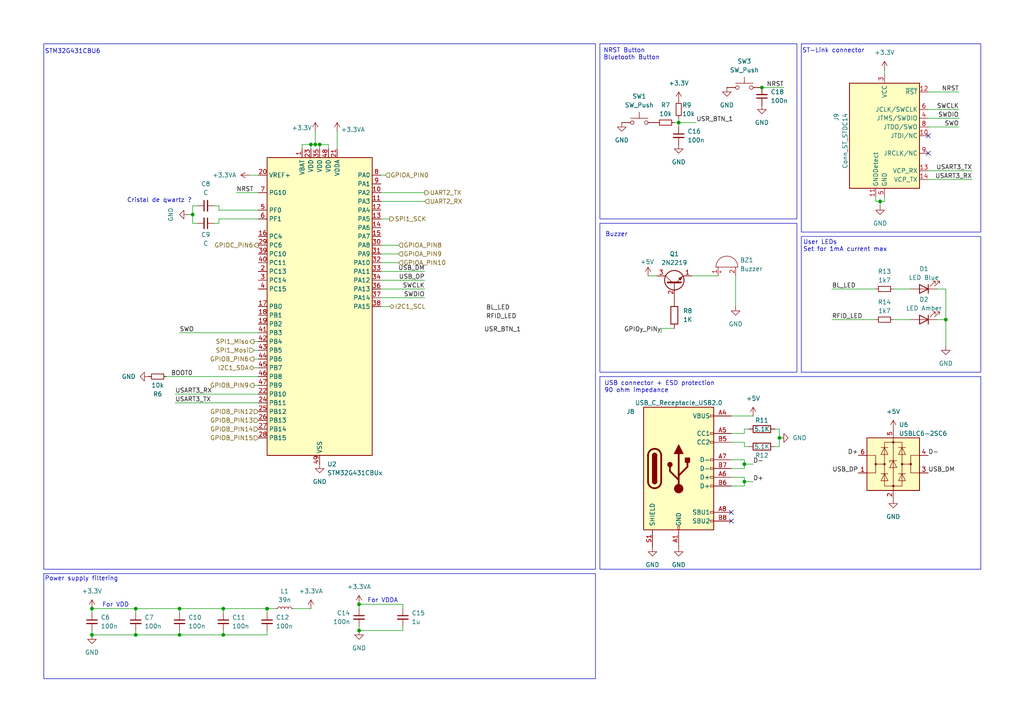
<source format=kicad_sch>
(kicad_sch (version 20231120) (generator "eeschema") (generator_version "8.0")
  (paper "A4")
  (lib_symbols
    (symbol "Connector:Conn_ST_STDC14"
      (property "Reference" "J" (at -8.89 16.51 0))
      (property "Value" "Conn_ST_STDC14" (at 17.78 16.51 0))
      (symbol "Conn_ST_STDC14_0_1"
        (rectangle (start -10.16 15.24) (end 10.16 -15.24) (stroke (width 0.254)) (fill (type background)))
      )
      (symbol "Conn_ST_STDC14_1_1"
        (pin no_connect line (at -10.16 5.08 0) (length 2.54) hide (name "NC") (number "1"))
        (pin output line (at 12.7 0 180) (length 2.54) (name "JTDI/NC") (number "10"))
        (pin passive line (at -2.54 -17.78 90) (length 2.54) (name "GNDDetect") (number "11"))
        (pin open_collector line (at 12.7 12.7 180) (length 2.54) (name "~{RST}") (number "12"))
        (pin output line (at 12.7 -10.16 180) (length 2.54) (name "VCP_RX") (number "13"))
        (pin input line (at 12.7 -12.7 180) (length 2.54) (name "VCP_TX") (number "14"))
        (pin no_connect line (at -10.16 2.54 0) (length 2.54) hide (name "NC") (number "2"))
        (pin power_in line (at 0 17.78 270) (length 2.54) (name "VCC") (number "3"))
        (pin bidirectional line (at 12.7 5.08 180) (length 2.54) (name "JTMS/SWDIO") (number "4"))
        (pin power_in line (at 0 -17.78 90) (length 2.54) (name "GND") (number "5"))
        (pin output line (at 12.7 7.62 180) (length 2.54) (name "JCLK/SWCLK") (number "6"))
        (pin passive line (at 0 -17.78 90) (length 2.54) hide (name "GND") (number "7"))
        (pin input line (at 12.7 2.54 180) (length 2.54) (name "JTDO/SWO") (number "8"))
        (pin input line (at 12.7 -5.08 180) (length 2.54) (name "JRCLK/NC") (number "9"))
      )
    )
    (symbol "Connector:USB_C_Receptacle_USB2.0" (pin_names (offset 1.016))
      (property "Reference" "J" (at -10.16 19.05 0))
      (property "Value" "USB_C_Receptacle_USB2.0" (at 19.05 19.05 0))
      (symbol "USB_C_Receptacle_USB2.0_0_0"
        (rectangle (start -0.254 -17.78) (end 0.254 -16.764))
        (rectangle (start 10.16 -14.986) (end 9.144 -15.494))
        (rectangle (start 10.16 -12.446) (end 9.144 -12.954))
        (rectangle (start 10.16 -4.826) (end 9.144 -5.334))
        (rectangle (start 10.16 -2.286) (end 9.144 -2.794))
        (rectangle (start 10.16 0.254) (end 9.144 -0.254))
        (rectangle (start 10.16 2.794) (end 9.144 2.286))
        (rectangle (start 10.16 7.874) (end 9.144 7.366))
        (rectangle (start 10.16 10.414) (end 9.144 9.906))
        (rectangle (start 10.16 15.494) (end 9.144 14.986))
      )
      (symbol "USB_C_Receptacle_USB2.0_0_1"
        (rectangle (start -10.16 17.78) (end 10.16 -17.78) (stroke (width 0.254)) (fill (type background)))
        (arc (start -8.89 -3.81) (mid -6.985 -5.7067) (end -5.08 -3.81) (stroke (width 0.508)))
        (arc (start -7.62 -3.81) (mid -6.985 -4.4423) (end -6.35 -3.81) (stroke (width 0.254)))
        (arc (start -7.62 -3.81) (mid -6.985 -4.4423) (end -6.35 -3.81) (stroke (width 0.254)) (fill (type outline)))
        (rectangle (start -7.62 -3.81) (end -6.35 3.81) (stroke (width 0.254)) (fill (type outline)))
        (arc (start -6.35 3.81) (mid -6.985 4.4423) (end -7.62 3.81) (stroke (width 0.254)))
        (arc (start -6.35 3.81) (mid -6.985 4.4423) (end -7.62 3.81) (stroke (width 0.254)) (fill (type outline)))
        (arc (start -5.08 3.81) (mid -6.985 5.7067) (end -8.89 3.81) (stroke (width 0.508)))
        (circle (center -2.54 1.143) (radius 0.635) (stroke (width 0.254)) (fill (type outline)))
        (circle (center 0 -5.842) (radius 1.27) (fill (type outline)))
        (polyline (pts (xy -8.89 -3.81) (xy -8.89 3.81)) (stroke (width 0.508)))
        (polyline (pts (xy -5.08 3.81) (xy -5.08 -3.81)) (stroke (width 0.508)))
        (polyline (pts (xy 0 -5.842) (xy 0 4.318)) (stroke (width 0.508)))
        (polyline (pts (xy 0 -3.302) (xy -2.54 -0.762) (xy -2.54 0.508)) (stroke (width 0.508)))
        (polyline (pts (xy 0 -2.032) (xy 2.54 0.508) (xy 2.54 1.778)) (stroke (width 0.508)))
        (polyline (pts (xy -1.27 4.318) (xy 0 6.858) (xy 1.27 4.318) (xy -1.27 4.318)) (stroke (width 0.254)) (fill (type outline)))
        (rectangle (start 1.905 1.778) (end 3.175 3.048) (stroke (width 0.254)) (fill (type outline)))
      )
      (symbol "USB_C_Receptacle_USB2.0_1_1"
        (pin passive line (at 0 -22.86 90) (length 5.08) (name "GND") (number "A1"))
        (pin passive line (at 0 -22.86 90) (length 5.08) hide (name "GND") (number "A12"))
        (pin passive line (at 15.24 15.24 180) (length 5.08) (name "VBUS") (number "A4"))
        (pin bidirectional line (at 15.24 10.16 180) (length 5.08) (name "CC1") (number "A5"))
        (pin bidirectional line (at 15.24 -2.54 180) (length 5.08) (name "D+") (number "A6"))
        (pin bidirectional line (at 15.24 2.54 180) (length 5.08) (name "D-") (number "A7"))
        (pin bidirectional line (at 15.24 -12.7 180) (length 5.08) (name "SBU1") (number "A8"))
        (pin passive line (at 15.24 15.24 180) (length 5.08) hide (name "VBUS") (number "A9"))
        (pin passive line (at 0 -22.86 90) (length 5.08) hide (name "GND") (number "B1"))
        (pin passive line (at 0 -22.86 90) (length 5.08) hide (name "GND") (number "B12"))
        (pin passive line (at 15.24 15.24 180) (length 5.08) hide (name "VBUS") (number "B4"))
        (pin bidirectional line (at 15.24 7.62 180) (length 5.08) (name "CC2") (number "B5"))
        (pin bidirectional line (at 15.24 -5.08 180) (length 5.08) (name "D+") (number "B6"))
        (pin bidirectional line (at 15.24 0 180) (length 5.08) (name "D-") (number "B7"))
        (pin bidirectional line (at 15.24 -15.24 180) (length 5.08) (name "SBU2") (number "B8"))
        (pin passive line (at 15.24 15.24 180) (length 5.08) hide (name "VBUS") (number "B9"))
        (pin passive line (at -7.62 -22.86 90) (length 5.08) (name "SHIELD") (number "S1"))
      )
    )
    (symbol "Device:Buzzer" (pin_names (offset 0.0254) hide)
      (property "Reference" "BZ" (at 3.81 1.27 0))
      (property "Value" "Buzzer" (at 3.81 -1.27 0))
      (symbol "Buzzer_0_1"
        (arc (start 0 -3.175) (mid 3.1612 0) (end 0 3.175))
        (polyline (pts (xy -1.651 1.905) (xy -1.143 1.905)))
        (polyline (pts (xy -1.397 2.159) (xy -1.397 1.651)))
        (polyline (pts (xy 0 3.175) (xy 0 -3.175)))
      )
      (symbol "Buzzer_1_1"
        (pin passive line (at -2.54 2.54 0) (length 2.54) (name "+") (number "1"))
        (pin passive line (at -2.54 -2.54 0) (length 2.54) (name "-") (number "2"))
      )
    )
    (symbol "Device:C_Small" (pin_numbers hide) (pin_names (offset 0.254) hide)
      (property "Reference" "C" (at 0.254 1.778 0))
      (property "Value" "C_Small" (at 0.254 -2.032 0))
      (symbol "C_Small_0_1"
        (polyline (pts (xy -1.524 -0.508) (xy 1.524 -0.508)) (stroke (width 0.3302)))
        (polyline (pts (xy -1.524 0.508) (xy 1.524 0.508)) (stroke (width 0.3048)))
      )
      (symbol "C_Small_1_1"
        (pin passive line (at 0 2.54 270) (length 2.032) (name "~") (number "1"))
        (pin passive line (at 0 -2.54 90) (length 2.032) (name "~") (number "2"))
      )
    )
    (symbol "Device:LED" (pin_numbers hide) (pin_names (offset 1.016) hide)
      (property "Reference" "D" (at 0 2.54 0))
      (property "Value" "LED" (at 0 -2.54 0))
      (symbol "LED_0_1"
        (polyline (pts (xy -1.27 -1.27) (xy -1.27 1.27)) (stroke (width 0.254)))
        (polyline (pts (xy -1.27 0) (xy 1.27 0)))
        (polyline (pts (xy 1.27 -1.27) (xy 1.27 1.27) (xy -1.27 0) (xy 1.27 -1.27)) (stroke (width 0.254)))
        (polyline (pts (xy -3.048 -0.762) (xy -4.572 -2.286) (xy -3.81 -2.286) (xy -4.572 -2.286) (xy -4.572 -1.524)))
        (polyline (pts (xy -1.778 -0.762) (xy -3.302 -2.286) (xy -2.54 -2.286) (xy -3.302 -2.286) (xy -3.302 -1.524)))
      )
      (symbol "LED_1_1"
        (pin passive line (at -3.81 0 0) (length 2.54) (name "K") (number "1"))
        (pin passive line (at 3.81 0 180) (length 2.54) (name "A") (number "2"))
      )
    )
    (symbol "Device:L_Small" (pin_numbers hide) (pin_names (offset 0.254) hide)
      (property "Reference" "L" (at 0.762 1.016 0))
      (property "Value" "L_Small" (at 0.762 -1.016 0))
      (symbol "L_Small_0_1"
        (arc (start 0 -2.032) (mid 0.5058 -1.524) (end 0 -1.016))
        (arc (start 0 -1.016) (mid 0.5058 -0.508) (end 0 0))
        (arc (start 0 0) (mid 0.5058 0.508) (end 0 1.016))
        (arc (start 0 1.016) (mid 0.5058 1.524) (end 0 2.032))
      )
      (symbol "L_Small_1_1"
        (pin passive line (at 0 2.54 270) (length 0.508) (name "~") (number "1"))
        (pin passive line (at 0 -2.54 90) (length 0.508) (name "~") (number "2"))
      )
    )
    (symbol "Device:R" (pin_numbers hide) (pin_names (offset 0))
      (property "Reference" "R" (at 2.032 0 90))
      (property "Value" "R" (at 0 0 90))
      (symbol "R_0_1"
        (rectangle (start -1.016 -2.54) (end 1.016 2.54) (stroke (width 0.254)))
      )
      (symbol "R_1_1"
        (pin passive line (at 0 3.81 270) (length 1.27) (name "~") (number "1"))
        (pin passive line (at 0 -3.81 90) (length 1.27) (name "~") (number "2"))
      )
    )
    (symbol "Device:R_Small" (pin_numbers hide) (pin_names (offset 0.254) hide)
      (property "Reference" "R" (at 0.762 0.508 0))
      (property "Value" "R_Small" (at 0.762 -1.016 0))
      (symbol "R_Small_0_1"
        (rectangle (start -0.762 1.778) (end 0.762 -1.778) (stroke (width 0.2032)))
      )
      (symbol "R_Small_1_1"
        (pin passive line (at 0 2.54 270) (length 0.762) (name "~") (number "1"))
        (pin passive line (at 0 -2.54 90) (length 0.762) (name "~") (number "2"))
      )
    )
    (symbol "MCU_ST_STM32G4:STM32G431CBUx"
      (property "Reference" "U" (at -15.24 44.45 0))
      (property "Value" "STM32G431CBUx" (at 7.62 44.45 0))
      (symbol "STM32G431CBUx_0_1"
        (rectangle (start -15.24 -43.18) (end 15.24 43.18) (stroke (width 0.254)) (fill (type background)))
      )
      (symbol "STM32G431CBUx_1_1"
        (pin power_in line (at -5.08 45.72 270) (length 2.54) (name "VBAT") (number "1"))
        (pin bidirectional line (at 17.78 33.02 180) (length 2.54) (name "PA2") (number "10"))
        (pin bidirectional line (at 17.78 30.48 180) (length 2.54) (name "PA3") (number "11"))
        (pin bidirectional line (at 17.78 27.94 180) (length 2.54) (name "PA4") (number "12"))
        (pin bidirectional line (at 17.78 25.4 180) (length 2.54) (name "PA5") (number "13"))
        (pin bidirectional line (at 17.78 22.86 180) (length 2.54) (name "PA6") (number "14"))
        (pin bidirectional line (at 17.78 20.32 180) (length 2.54) (name "PA7") (number "15"))
        (pin bidirectional line (at -17.78 20.32 0) (length 2.54) (name "PC4") (number "16"))
        (pin bidirectional line (at -17.78 0 0) (length 2.54) (name "PB0") (number "17"))
        (pin bidirectional line (at -17.78 -2.54 0) (length 2.54) (name "PB1") (number "18"))
        (pin bidirectional line (at -17.78 -5.08 0) (length 2.54) (name "PB2") (number "19"))
        (pin bidirectional line (at -17.78 10.16 0) (length 2.54) (name "PC13") (number "2"))
        (pin input line (at -17.78 38.1 0) (length 2.54) (name "VREF+") (number "20"))
        (pin power_in line (at 5.08 45.72 270) (length 2.54) (name "VDDA") (number "21"))
        (pin bidirectional line (at -17.78 -25.4 0) (length 2.54) (name "PB10") (number "22"))
        (pin power_in line (at -2.54 45.72 270) (length 2.54) (name "VDD") (number "23"))
        (pin bidirectional line (at -17.78 -27.94 0) (length 2.54) (name "PB11") (number "24"))
        (pin bidirectional line (at -17.78 -30.48 0) (length 2.54) (name "PB12") (number "25"))
        (pin bidirectional line (at -17.78 -33.02 0) (length 2.54) (name "PB13") (number "26"))
        (pin bidirectional line (at -17.78 -35.56 0) (length 2.54) (name "PB14") (number "27"))
        (pin bidirectional line (at -17.78 -38.1 0) (length 2.54) (name "PB15") (number "28"))
        (pin bidirectional line (at -17.78 17.78 0) (length 2.54) (name "PC6") (number "29"))
        (pin bidirectional line (at -17.78 7.62 0) (length 2.54) (name "PC14") (number "3"))
        (pin bidirectional line (at 17.78 17.78 180) (length 2.54) (name "PA8") (number "30"))
        (pin bidirectional line (at 17.78 15.24 180) (length 2.54) (name "PA9") (number "31"))
        (pin bidirectional line (at 17.78 12.7 180) (length 2.54) (name "PA10") (number "32"))
        (pin bidirectional line (at 17.78 10.16 180) (length 2.54) (name "PA11") (number "33"))
        (pin bidirectional line (at 17.78 7.62 180) (length 2.54) (name "PA12") (number "34"))
        (pin power_in line (at 0 45.72 270) (length 2.54) (name "VDD") (number "35"))
        (pin bidirectional line (at 17.78 5.08 180) (length 2.54) (name "PA13") (number "36"))
        (pin bidirectional line (at 17.78 2.54 180) (length 2.54) (name "PA14") (number "37"))
        (pin bidirectional line (at 17.78 0 180) (length 2.54) (name "PA15") (number "38"))
        (pin bidirectional line (at -17.78 15.24 0) (length 2.54) (name "PC10") (number "39"))
        (pin bidirectional line (at -17.78 5.08 0) (length 2.54) (name "PC15") (number "4"))
        (pin bidirectional line (at -17.78 12.7 0) (length 2.54) (name "PC11") (number "40"))
        (pin bidirectional line (at -17.78 -7.62 0) (length 2.54) (name "PB3") (number "41"))
        (pin bidirectional line (at -17.78 -10.16 0) (length 2.54) (name "PB4") (number "42"))
        (pin bidirectional line (at -17.78 -12.7 0) (length 2.54) (name "PB5") (number "43"))
        (pin bidirectional line (at -17.78 -15.24 0) (length 2.54) (name "PB6") (number "44"))
        (pin bidirectional line (at -17.78 -17.78 0) (length 2.54) (name "PB7") (number "45"))
        (pin bidirectional line (at -17.78 -20.32 0) (length 2.54) (name "PB8") (number "46"))
        (pin bidirectional line (at -17.78 -22.86 0) (length 2.54) (name "PB9") (number "47"))
        (pin power_in line (at 2.54 45.72 270) (length 2.54) (name "VDD") (number "48"))
        (pin power_in line (at 0 -45.72 90) (length 2.54) (name "VSS") (number "49"))
        (pin bidirectional line (at -17.78 27.94 0) (length 2.54) (name "PF0") (number "5"))
        (pin bidirectional line (at -17.78 25.4 0) (length 2.54) (name "PF1") (number "6"))
        (pin bidirectional line (at -17.78 33.02 0) (length 2.54) (name "PG10") (number "7"))
        (pin bidirectional line (at 17.78 38.1 180) (length 2.54) (name "PA0") (number "8"))
        (pin bidirectional line (at 17.78 35.56 180) (length 2.54) (name "PA1") (number "9"))
      )
    )
    (symbol "Power_Protection:USBLC6-2SC6" (pin_names hide)
      (property "Reference" "U" (at 2.54 8.89 0))
      (property "Value" "USBLC6-2SC6" (at 2.54 -8.89 0))
      (symbol "USBLC6-2SC6_0_1"
        (rectangle (start -7.62 -7.62) (end 7.62 7.62) (stroke (width 0.254)) (fill (type background)))
        (circle (center -5.08 0) (radius 0.254) (fill (type outline)))
        (circle (center -2.54 0) (radius 0.254) (fill (type outline)))
        (rectangle (start -2.54 6.35) (end 2.54 -6.35))
        (circle (center 0 -6.35) (radius 0.254) (fill (type outline)))
        (polyline (pts (xy -5.08 -2.54) (xy -7.62 -2.54)))
        (polyline (pts (xy -5.08 0) (xy -5.08 -2.54)))
        (polyline (pts (xy -5.08 2.54) (xy -7.62 2.54)))
        (polyline (pts (xy -1.524 -2.794) (xy -3.556 -2.794)))
        (polyline (pts (xy -1.524 4.826) (xy -3.556 4.826)))
        (polyline (pts (xy 0 -7.62) (xy 0 -6.35)))
        (polyline (pts (xy 0 -6.35) (xy 0 1.27)))
        (polyline (pts (xy 0 1.27) (xy 0 6.35)))
        (polyline (pts (xy 0 6.35) (xy 0 7.62)))
        (polyline (pts (xy 1.524 -2.794) (xy 3.556 -2.794)))
        (polyline (pts (xy 1.524 4.826) (xy 3.556 4.826)))
        (polyline (pts (xy 5.08 -2.54) (xy 7.62 -2.54)))
        (polyline (pts (xy 5.08 0) (xy 5.08 -2.54)))
        (polyline (pts (xy 5.08 2.54) (xy 7.62 2.54)))
        (polyline (pts (xy -2.54 0) (xy -5.08 0) (xy -5.08 2.54)))
        (polyline (pts (xy 2.54 0) (xy 5.08 0) (xy 5.08 2.54)))
        (polyline (pts (xy -3.556 -4.826) (xy -1.524 -4.826) (xy -2.54 -2.794) (xy -3.556 -4.826)))
        (polyline (pts (xy -3.556 2.794) (xy -1.524 2.794) (xy -2.54 4.826) (xy -3.556 2.794)))
        (polyline (pts (xy -1.016 -1.016) (xy 1.016 -1.016) (xy 0 1.016) (xy -1.016 -1.016)))
        (polyline (pts (xy 1.016 1.016) (xy 0.762 1.016) (xy -1.016 1.016) (xy -1.016 0.508)))
        (polyline (pts (xy 3.556 -4.826) (xy 1.524 -4.826) (xy 2.54 -2.794) (xy 3.556 -4.826)))
        (polyline (pts (xy 3.556 2.794) (xy 1.524 2.794) (xy 2.54 4.826) (xy 3.556 2.794)))
        (circle (center 0 6.35) (radius 0.254) (fill (type outline)))
        (circle (center 2.54 0) (radius 0.254) (fill (type outline)))
        (circle (center 5.08 0) (radius 0.254) (fill (type outline)))
      )
      (symbol "USBLC6-2SC6_1_1"
        (pin passive line (at -10.16 -2.54 0) (length 2.54) (name "I/O1") (number "1"))
        (pin passive line (at 0 -10.16 90) (length 2.54) (name "GND") (number "2"))
        (pin passive line (at 10.16 -2.54 180) (length 2.54) (name "I/O2") (number "3"))
        (pin passive line (at 10.16 2.54 180) (length 2.54) (name "I/O2") (number "4"))
        (pin passive line (at 0 10.16 270) (length 2.54) (name "VBUS") (number "5"))
        (pin passive line (at -10.16 2.54 0) (length 2.54) (name "I/O1") (number "6"))
      )
    )
    (symbol "Switch:SW_Push" (pin_numbers hide) (pin_names (offset 1.016) hide)
      (property "Reference" "SW" (at 1.27 2.54 0))
      (property "Value" "SW_Push" (at 0 -1.524 0))
      (symbol "SW_Push_0_1"
        (circle (center -2.032 0) (radius 0.508))
        (polyline (pts (xy 0 1.27) (xy 0 3.048)))
        (polyline (pts (xy 2.54 1.27) (xy -2.54 1.27)))
        (circle (center 2.032 0) (radius 0.508))
        (pin passive line (at -5.08 0 0) (length 2.54) (name "1") (number "1"))
        (pin passive line (at 5.08 0 180) (length 2.54) (name "2") (number "2"))
      )
    )
    (symbol "Transistor_BJT:2N2219" (pin_names (offset 0) hide)
      (property "Reference" "Q" (at 5.08 1.905 0))
      (property "Value" "2N2219" (at 5.08 0 0))
      (symbol "2N2219_0_1"
        (polyline (pts (xy 0.635 0.635) (xy 2.54 2.54)))
        (polyline (pts (xy 0.635 -0.635) (xy 2.54 -2.54) (xy 2.54 -2.54)))
        (polyline (pts (xy 0.635 1.905) (xy 0.635 -1.905) (xy 0.635 -1.905)) (stroke (width 0.508)))
        (polyline (pts (xy 1.27 -1.778) (xy 1.778 -1.27) (xy 2.286 -2.286) (xy 1.27 -1.778) (xy 1.27 -1.778)) (fill (type outline)))
        (circle (center 1.27 0) (radius 2.8194) (stroke (width 0.254)))
      )
      (symbol "2N2219_1_1"
        (pin passive line (at 2.54 -5.08 90) (length 2.54) (name "E") (number "1"))
        (pin passive line (at -5.08 0 0) (length 5.715) (name "B") (number "2"))
        (pin passive line (at 2.54 5.08 270) (length 2.54) (name "C") (number "3"))
      )
    )
    (symbol "power:+3.3V" (power) (pin_numbers hide) (pin_names (offset 0) hide)
      (property "Value" "+3.3V" (at 0 3.556 0))
      (symbol "+3.3V_0_1"
        (polyline (pts (xy -0.762 1.27) (xy 0 2.54)))
        (polyline (pts (xy 0 0) (xy 0 2.54)))
        (polyline (pts (xy 0 2.54) (xy 0.762 1.27)))
      )
      (symbol "+3.3V_1_1"
        (pin power_in line (at 0 0 90) (length 0) (name "~") (number "1"))
      )
    )
    (symbol "power:+3.3VA" (power) (pin_numbers hide) (pin_names (offset 0) hide)
      (property "Value" "+3.3VA" (at 0 3.556 0))
      (symbol "+3.3VA_0_1"
        (polyline (pts (xy -0.762 1.27) (xy 0 2.54)))
        (polyline (pts (xy 0 0) (xy 0 2.54)))
        (polyline (pts (xy 0 2.54) (xy 0.762 1.27)))
      )
      (symbol "+3.3VA_1_1"
        (pin power_in line (at 0 0 90) (length 0) (name "~") (number "1"))
      )
    )
    (symbol "power:+5V" (power) (pin_numbers hide) (pin_names (offset 0) hide)
      (property "Value" "+5V" (at 0 3.556 0))
      (symbol "+5V_0_1"
        (polyline (pts (xy -0.762 1.27) (xy 0 2.54)))
        (polyline (pts (xy 0 0) (xy 0 2.54)))
        (polyline (pts (xy 0 2.54) (xy 0.762 1.27)))
      )
      (symbol "+5V_1_1"
        (pin power_in line (at 0 0 90) (length 0) (name "~") (number "1"))
      )
    )
    (symbol "power:GND" (power) (pin_numbers hide) (pin_names (offset 0) hide)
      (property "Value" "GND" (at 0 -3.81 0))
      (symbol "GND_0_1"
        (polyline (pts (xy 0 0) (xy 0 -1.27) (xy 1.27 -1.27) (xy 0 -2.54) (xy -1.27 -1.27) (xy 0 -1.27)))
      )
      (symbol "GND_1_1"
        (pin power_in line (at 0 0 270) (length 0) (name "~") (number "1"))
      )
    )
  )
  (junction (at 91.44 41.91))
  (junction (at 226.06 127))
  (junction (at 220.98 25.4))
  (junction (at 52.07 176.53))
  (junction (at 90.17 41.91))
  (junction (at 39.37 176.53))
  (junction (at 196.85 35.56))
  (junction (at 92.71 41.91))
  (junction (at 104.14 175.26))
  (junction (at 64.77 176.53))
  (junction (at 215.9 139.7))
  (junction (at 64.77 184.15))
  (junction (at 274.32 92.71))
  (junction (at 39.37 184.15))
  (junction (at 215.9 134.62))
  (junction (at 255.27 58.42))
  (junction (at 77.47 176.53))
  (junction (at 26.67 176.53))
  (junction (at 104.14 182.88))
  (junction (at 26.67 184.15))
  (junction (at 55.88 62.23))
  (junction (at 52.07 184.15))
  (no_connect (at 212.09 148.59))
  (no_connect (at 269.24 44.45))
  (no_connect (at 212.09 151.13))
  (no_connect (at 269.24 39.37))
  (wire (pts (xy 73.66 111.76) (xy 74.93 111.76)))
  (wire (pts (xy 259.08 92.71) (xy 264.16 92.71)))
  (wire (pts (xy 50.8 114.3) (xy 74.93 114.3)))
  (wire (pts (xy 39.37 176.53) (xy 52.07 176.53)))
  (wire (pts (xy 52.07 176.53) (xy 52.07 177.8)))
  (wire (pts (xy 196.85 34.29) (xy 196.85 35.56)))
  (wire (pts (xy 196.85 36.83) (xy 196.85 35.56)))
  (wire (pts (xy 115.57 76.2) (xy 110.49 76.2)))
  (wire (pts (xy 111.76 50.8) (xy 110.49 50.8)))
  (wire (pts (xy 73.66 99.06) (xy 74.93 99.06)))
  (wire (pts (xy 62.23 59.69) (xy 63.5 59.69)))
  (wire (pts (xy 274.32 83.82) (xy 271.78 83.82)))
  (wire (pts (xy 85.09 176.53) (xy 90.17 176.53)))
  (wire (pts (xy 215.9 129.54) (xy 215.9 128.27)))
  (wire (pts (xy 200.66 80.01) (xy 208.28 80.01)))
  (wire (pts (xy 212.09 120.65) (xy 218.44 120.65)))
  (wire (pts (xy 110.49 81.28) (xy 123.19 81.28)))
  (wire (pts (xy 269.24 34.29) (xy 278.13 34.29)))
  (wire (pts (xy 64.77 184.15) (xy 64.77 182.88)))
  (wire (pts (xy 26.67 182.88) (xy 26.67 184.15)))
  (wire (pts (xy 63.5 60.96) (xy 74.93 60.96)))
  (wire (pts (xy 26.67 177.8) (xy 26.67 176.53)))
  (wire (pts (xy 64.77 176.53) (xy 77.47 176.53)))
  (wire (pts (xy 217.17 129.54) (xy 215.9 129.54)))
  (wire (pts (xy 259.08 83.82) (xy 264.16 83.82)))
  (wire (pts (xy 52.07 184.15) (xy 39.37 184.15)))
  (wire (pts (xy 72.39 50.8) (xy 74.93 50.8)))
  (wire (pts (xy 73.66 106.68) (xy 74.93 106.68)))
  (wire (pts (xy 62.23 64.77) (xy 63.5 64.77)))
  (wire (pts (xy 269.24 26.67) (xy 278.13 26.67)))
  (wire (pts (xy 63.5 63.5) (xy 74.93 63.5)))
  (wire (pts (xy 224.79 124.46) (xy 226.06 124.46)))
  (wire (pts (xy 104.14 176.53) (xy 104.14 175.26)))
  (wire (pts (xy 115.57 71.12) (xy 110.49 71.12)))
  (wire (pts (xy 215.9 138.43) (xy 215.9 139.7)))
  (wire (pts (xy 55.88 59.69) (xy 55.88 62.23)))
  (wire (pts (xy 110.49 55.88) (xy 123.19 55.88)))
  (wire (pts (xy 226.06 127) (xy 226.06 129.54)))
  (wire (pts (xy 55.88 62.23) (xy 55.88 64.77)))
  (wire (pts (xy 97.79 38.1) (xy 97.79 43.18)))
  (wire (pts (xy 39.37 184.15) (xy 39.37 182.88)))
  (wire (pts (xy 52.07 176.53) (xy 64.77 176.53)))
  (wire (pts (xy 110.49 78.74) (xy 123.19 78.74)))
  (wire (pts (xy 39.37 184.15) (xy 26.67 184.15)))
  (wire (pts (xy 50.8 116.84) (xy 74.93 116.84)))
  (wire (pts (xy 77.47 176.53) (xy 77.47 177.8)))
  (wire (pts (xy 269.24 31.75) (xy 278.13 31.75)))
  (wire (pts (xy 215.9 133.35) (xy 215.9 134.62)))
  (wire (pts (xy 187.96 80.01) (xy 190.5 80.01)))
  (wire (pts (xy 215.9 139.7) (xy 218.44 139.7)))
  (wire (pts (xy 64.77 184.15) (xy 52.07 184.15)))
  (wire (pts (xy 54.61 62.23) (xy 55.88 62.23)))
  (wire (pts (xy 77.47 184.15) (xy 77.47 182.88)))
  (wire (pts (xy 255.27 58.42) (xy 255.27 59.69)))
  (wire (pts (xy 123.19 83.82) (xy 110.49 83.82)))
  (wire (pts (xy 215.9 133.35) (xy 212.09 133.35)))
  (wire (pts (xy 92.71 43.18) (xy 92.71 41.91)))
  (wire (pts (xy 113.03 88.9) (xy 110.49 88.9)))
  (wire (pts (xy 39.37 176.53) (xy 39.37 177.8)))
  (wire (pts (xy 77.47 176.53) (xy 80.01 176.53)))
  (wire (pts (xy 52.07 184.15) (xy 52.07 182.88)))
  (wire (pts (xy 269.24 52.07) (xy 281.94 52.07)))
  (wire (pts (xy 254 57.15) (xy 254 58.42)))
  (wire (pts (xy 104.14 181.61) (xy 104.14 182.88)))
  (wire (pts (xy 217.17 124.46) (xy 215.9 124.46)))
  (wire (pts (xy 116.84 175.26) (xy 116.84 176.53)))
  (wire (pts (xy 115.57 73.66) (xy 110.49 73.66)))
  (wire (pts (xy 226.06 124.46) (xy 226.06 127)))
  (wire (pts (xy 212.09 140.97) (xy 215.9 140.97)))
  (wire (pts (xy 90.17 41.91) (xy 90.17 43.18)))
  (wire (pts (xy 215.9 134.62) (xy 218.44 134.62)))
  (wire (pts (xy 274.32 92.71) (xy 274.32 83.82)))
  (wire (pts (xy 226.06 129.54) (xy 224.79 129.54)))
  (wire (pts (xy 74.93 109.22) (xy 48.26 109.22)))
  (wire (pts (xy 191.77 95.25) (xy 195.58 95.25)))
  (wire (pts (xy 87.63 43.18) (xy 87.63 41.91)))
  (wire (pts (xy 63.5 64.77) (xy 63.5 63.5)))
  (wire (pts (xy 269.24 36.83) (xy 278.13 36.83)))
  (wire (pts (xy 57.15 59.69) (xy 55.88 59.69)))
  (wire (pts (xy 68.58 55.88) (xy 74.93 55.88)))
  (wire (pts (xy 254 58.42) (xy 255.27 58.42)))
  (wire (pts (xy 215.9 125.73) (xy 212.09 125.73)))
  (wire (pts (xy 241.3 92.71) (xy 254 92.71)))
  (wire (pts (xy 73.66 101.6) (xy 74.93 101.6)))
  (wire (pts (xy 256.54 20.32) (xy 256.54 21.59)))
  (wire (pts (xy 256.54 58.42) (xy 256.54 57.15)))
  (wire (pts (xy 91.44 38.1) (xy 91.44 41.91)))
  (wire (pts (xy 73.66 104.14) (xy 74.93 104.14)))
  (wire (pts (xy 196.85 35.56) (xy 201.93 35.56)))
  (wire (pts (xy 110.49 58.42) (xy 123.19 58.42)))
  (wire (pts (xy 215.9 124.46) (xy 215.9 125.73)))
  (wire (pts (xy 269.24 49.53) (xy 281.94 49.53)))
  (wire (pts (xy 241.3 83.82) (xy 254 83.82)))
  (wire (pts (xy 212.09 135.89) (xy 215.9 135.89)))
  (wire (pts (xy 215.9 139.7) (xy 215.9 140.97)))
  (wire (pts (xy 255.27 58.42) (xy 256.54 58.42)))
  (wire (pts (xy 212.09 138.43) (xy 215.9 138.43)))
  (wire (pts (xy 87.63 41.91) (xy 90.17 41.91)))
  (wire (pts (xy 191.77 95.25) (xy 191.77 96.52)))
  (wire (pts (xy 213.36 88.9) (xy 213.36 80.01)))
  (wire (pts (xy 91.44 41.91) (xy 92.71 41.91)))
  (wire (pts (xy 63.5 59.69) (xy 63.5 60.96)))
  (wire (pts (xy 274.32 92.71) (xy 274.32 100.33)))
  (wire (pts (xy 64.77 176.53) (xy 64.77 177.8)))
  (wire (pts (xy 220.98 25.4) (xy 227.33 25.4)))
  (wire (pts (xy 215.9 128.27) (xy 212.09 128.27)))
  (wire (pts (xy 195.58 35.56) (xy 196.85 35.56)))
  (wire (pts (xy 215.9 134.62) (xy 215.9 135.89)))
  (wire (pts (xy 77.47 184.15) (xy 64.77 184.15)))
  (wire (pts (xy 113.03 63.5) (xy 110.49 63.5)))
  (wire (pts (xy 95.25 43.18) (xy 95.25 41.91)))
  (wire (pts (xy 26.67 176.53) (xy 39.37 176.53)))
  (wire (pts (xy 55.88 64.77) (xy 57.15 64.77)))
  (wire (pts (xy 104.14 175.26) (xy 116.84 175.26)))
  (wire (pts (xy 116.84 182.88) (xy 104.14 182.88)))
  (wire (pts (xy 271.78 92.71) (xy 274.32 92.71)))
  (wire (pts (xy 90.17 41.91) (xy 91.44 41.91)))
  (wire (pts (xy 116.84 181.61) (xy 116.84 182.88)))
  (wire (pts (xy 92.71 41.91) (xy 95.25 41.91)))
  (wire (pts (xy 52.07 96.52) (xy 74.93 96.52)))
  (wire (pts (xy 123.19 86.36) (xy 110.49 86.36)))
  (rectangle (start 12.7 166.37) (end 172.72 196.85))
  (rectangle (start 173.99 12.7) (end 231.14 63.5))
  (rectangle (start 173.99 64.77) (end 231.14 107.95))
  (rectangle (start 232.41 12.7) (end 284.48 67.31))
  (rectangle (start 232.41 68.58) (end 284.48 107.95))
  (rectangle (start 173.99 109.22) (end 284.48 165.1))
  (rectangle (start 12.7 12.7) (end 172.72 165.1))
  (text "Cristal de qwartz ?" (at 46.228 58.166 0) (effects (font (size 1.27 1.27))))
  (text "ST-Link connector" (at 232.664 15.494 0) (effects (font (size 1.27 1.27)) (justify left bottom)))
  (text "User LEDs\nSet for 1mA current max" (at 232.918 71.374 0) (effects (font (size 1.27 1.27)) (justify left)))
  (text "NRST Button\nBluetooth Button\n" (at 175.006 17.526 0) (effects (font (size 1.27 1.27)) (justify left bottom)))
  (text "For VDD" (at 33.528 175.514 0) (effects (font (size 1.27 1.27))))
  (text "Power supply filtering" (at 23.622 167.894 0) (effects (font (size 1.27 1.27))))
  (text "Buzzer\n" (at 178.816 68.072 0) (effects (font (size 1.27 1.27))))
  (text "USB connector + ESD protection\n90 ohm impedance" (at 175.26 114.046 0) (effects (font (size 1.27 1.27)) (justify left bottom)))
  (text "STM32G431CBU6\n" (at 21.082 14.986 0) (effects (font (size 1.27 1.27))))
  (text "For VDDA" (at 110.998 174.244 0) (effects (font (size 1.27 1.27))))
  (label "USB_DP" (at 248.92 137.16 180))
  (label "BOOT0" (at 55.88 109.22 180))
  (label "USART3_RX" (at 281.94 52.07 180))
  (label "SWDIO" (at 123.19 86.36 180))
  (label "NRST" (at 68.58 55.88 0))
  (label "BL_LED" (at 140.97 90.17 0))
  (label "USART3_TX" (at 50.8 116.84 0))
  (label "SWCLK" (at 278.13 31.75 180))
  (label "NRST" (at 227.33 25.4 180))
  (label "USR_BTN_1" (at 151.13 96.52 180))
  (label "USB_DM" (at 269.24 137.16 0))
  (label "D+" (at 218.44 139.7 0))
  (label "USB_DP" (at 123.19 81.28 180))
  (label "USART3_RX" (at 50.8 114.3 0))
  (label "SWDIO" (at 278.13 34.29 180))
  (label "NRST" (at 278.13 26.67 180))
  (label "GPIOy_PINy" (at 191.77 96.52 180))
  (label "USB_DM" (at 123.19 78.74 180))
  (label "SWCLK" (at 123.19 83.82 180))
  (label "D-" (at 269.24 132.08 0))
  (label "D+" (at 248.92 132.08 180))
  (label "RFID_LED" (at 241.3 92.71 0))
  (label "D-" (at 218.44 134.62 0))
  (label "USR_BTN_1" (at 201.93 35.56 0))
  (label "USART3_TX" (at 281.94 49.53 180))
  (label "SWO" (at 52.07 96.52 0))
  (label "RFID_LED" (at 140.97 92.71 0))
  (label "BL_LED" (at 241.3 83.82 0))
  (label "SWO" (at 278.13 36.83 180))
  (hierarchical_label "I2C1_SDA" (shape bidirectional) (at 73.66 106.68 180))
  (hierarchical_label "GPIOA_PIN0" (shape input) (at 111.76 50.8 0))
  (hierarchical_label "GPIOB_PIN14" (shape input) (at 74.93 124.46 180))
  (hierarchical_label "SPI1_Miso" (shape output) (at 73.66 99.06 180))
  (hierarchical_label "GPIOB_PIN9" (shape output) (at 73.66 111.76 180))
  (hierarchical_label "I2C1_SCL" (shape bidirectional) (at 113.03 88.9 0))
  (hierarchical_label "GPIOA_PIN10" (shape input) (at 115.57 76.2 0))
  (hierarchical_label "GPIOB_PIN6" (shape output) (at 73.66 104.14 180))
  (hierarchical_label "UART2_TX" (shape output) (at 123.19 55.88 0))
  (hierarchical_label "SPI1_SCK" (shape output) (at 113.03 63.5 0))
  (hierarchical_label "UART2_RX" (shape input) (at 123.19 58.42 0))
  (hierarchical_label "GPIOC_PIN6" (shape output) (at 74.93 71.12 180))
  (hierarchical_label "GPIOB_PIN12" (shape input) (at 74.93 119.38 180))
  (hierarchical_label "GPIOB_PIN15" (shape input) (at 74.93 127 180))
  (hierarchical_label "GPIOB_PIN13" (shape input) (at 74.93 121.92 180))
  (hierarchical_label "GPIOA_PIN8" (shape input) (at 115.57 71.12 0))
  (hierarchical_label "SPI1_Mosi" (shape input) (at 73.66 101.6 180))
  (hierarchical_label "GPIOA_PIN9" (shape input) (at 115.57 73.66 0))
  (symbol (lib_id "Device:C_Small") (at 59.69 59.69 90) (unit 1)
    (property "Reference" "C8" (at 59.6963 53.34 90))
    (property "Value" "C" (at 59.6963 55.88 90))
    (property "Footprint" "Capacitor_SMD:C_0402_1005Metric" (effects (hide yes)))
    (property "Description" "Unpolarized capacitor, small symbol" (effects (hide yes)))
  )
  (symbol (lib_id "power:GND") (at 196.85 158.75 0) (unit 1)
    (property "Reference" "#PWR028" (effects (hide yes)))
    (property "Value" "GND" (at 196.85 163.83 0))
    (property "Description" "Power symbol creates a global label with name \"GND\" , ground" (effects (hide yes)))
  )
  (symbol (lib_id "power:+3.3V") (at 91.44 38.1 0) (unit 1)
    (property "Reference" "#PWR017" (effects (hide yes)))
    (property "Value" "+3.3V" (at 84.582 37.084 0) (effects (justify left)))
    (property "Description" "Power symbol creates a global label with name \"+3.3V\"" (effects (hide yes)))
  )
  (symbol (lib_id "Device:C_Small") (at 39.37 180.34 0) (unit 1)
    (property "Reference" "C7" (at 41.91 179.0762 0) (effects (justify left)))
    (property "Value" "100n" (at 41.91 181.6162 0) (effects (justify left)))
    (property "Footprint" "Capacitor_SMD:C_0402_1005Metric" (effects (hide yes)))
    (property "Description" "Unpolarized capacitor, small symbol" (effects (hide yes)))
  )
  (symbol (lib_id "Switch:SW_Push") (at 215.9 25.4 0) (unit 1)
    (property "Reference" "SW3" (at 215.9 17.78 0))
    (property "Value" "SW_Push" (at 215.9 20.32 0))
    (property "Footprint" "Button_Switch_SMD:SW_Push_1P1T_NO_CK_KSC6xxJ" (effects (hide yes)))
    (property "Description" "Push button switch, generic, two pins" (effects (hide yes)))
  )
  (symbol (lib_id "Device:C_Small") (at 104.14 179.07 0) (mirror y) (unit 1)
    (property "Reference" "C14" (at 101.6 177.8062 0) (effects (justify left)))
    (property "Value" "100n" (at 101.6 180.3462 0) (effects (justify left)))
    (property "Footprint" "Capacitor_SMD:C_0402_1005Metric" (effects (hide yes)))
    (property "Description" "Unpolarized capacitor, small symbol" (effects (hide yes)))
  )
  (symbol (lib_id "power:GND") (at 180.34 35.56 0) (unit 1)
    (property "Reference" "#PWR024" (effects (hide yes)))
    (property "Value" "GND" (at 180.34 40.64 0))
    (property "Description" "Power symbol creates a global label with name \"GND\" , ground" (effects (hide yes)))
  )
  (symbol (lib_id "power:+3.3VA") (at 97.79 38.1 0) (unit 1)
    (property "Reference" "#PWR019" (effects (hide yes)))
    (property "Value" "+3.3VA" (at 102.362 37.592 0))
    (property "Description" "Power symbol creates a global label with name \"+3.3VA\"" (effects (hide yes)))
  )
  (symbol (lib_id "Device:R") (at 220.98 129.54 90) (unit 1)
    (property "Reference" "R12" (at 220.98 132.08 90))
    (property "Value" "5.1K" (at 220.98 129.54 90))
    (property "Footprint" "Resistor_SMD:R_0402_1005Metric" (effects (hide yes)))
  )
  (symbol (lib_id "power:+3.3VA") (at 104.14 175.26 0) (unit 1)
    (property "Reference" "#PWR021" (effects (hide yes)))
    (property "Value" "+3.3VA" (at 104.14 170.18 0))
    (property "Description" "Power symbol creates a global label with name \"+3.3VA\"" (effects (hide yes)))
  )
  (symbol (lib_id "power:+5V") (at 218.44 120.65 0) (unit 1)
    (property "Reference" "#PWR034" (effects (hide yes)))
    (property "Value" "+5V" (at 218.44 115.57 0))
    (property "Description" "Power symbol creates a global label with name \"+5V\"" (effects (hide yes)))
  )
  (symbol (lib_id "Device:R") (at 195.58 91.44 180) (unit 1)
    (property "Reference" "R8" (at 198.12 90.1699 0) (effects (justify right)))
    (property "Value" "1K" (at 198.12 92.7099 0) (effects (justify right)))
    (property "Description" "Resistor" (effects (hide yes)))
  )
  (symbol (lib_id "Device:C_Small") (at 52.07 180.34 0) (unit 1)
    (property "Reference" "C10" (at 54.61 179.0762 0) (effects (justify left)))
    (property "Value" "100n" (at 54.61 181.6162 0) (effects (justify left)))
    (property "Footprint" "Capacitor_SMD:C_0402_1005Metric" (effects (hide yes)))
    (property "Description" "Unpolarized capacitor, small symbol" (effects (hide yes)))
  )
  (symbol (lib_id "Device:R_Small") (at 45.72 109.22 270) (unit 1)
    (property "Reference" "R6" (at 45.72 114.3 90))
    (property "Value" "10k" (at 45.72 111.76 90))
    (property "Footprint" "Resistor_SMD:R_0402_1005Metric" (effects (hide yes)))
    (property "Description" "Resistor, small symbol" (effects (hide yes)))
  )
  (symbol (lib_id "Device:C_Small") (at 77.47 180.34 0) (unit 1)
    (property "Reference" "C12" (at 80.01 179.0762 0) (effects (justify left)))
    (property "Value" "100n" (at 80.01 181.6162 0) (effects (justify left)))
    (property "Footprint" "Capacitor_SMD:C_0402_1005Metric" (effects (hide yes)))
    (property "Description" "Unpolarized capacitor, small symbol" (effects (hide yes)))
  )
  (symbol (lib_id "power:GND") (at 92.71 134.62 0) (unit 1)
    (property "Reference" "#PWR018" (effects (hide yes)))
    (property "Value" "GND" (at 92.71 139.7 0))
    (property "Description" "Power symbol creates a global label with name \"GND\" , ground" (effects (hide yes)))
  )
  (symbol (lib_id "power:+5V") (at 259.08 124.46 0) (unit 1)
    (property "Reference" "#PWR038" (effects (hide yes)))
    (property "Value" "+5V" (at 259.08 119.38 0))
    (property "Description" "Power symbol creates a global label with name \"+5V\"" (effects (hide yes)))
  )
  (symbol (lib_id "power:GND") (at 220.98 30.48 0) (unit 1)
    (property "Reference" "#PWR033" (effects (hide yes)))
    (property "Value" "GND" (at 220.98 35.56 0))
    (property "Description" "Power symbol creates a global label with name \"GND\" , ground" (effects (hide yes)))
  )
  (symbol (lib_id "Device:R_Small") (at 193.04 35.56 90) (unit 1)
    (property "Reference" "R7" (at 193.04 30.48 90))
    (property "Value" "10k" (at 193.04 33.02 90))
    (property "Footprint" "Resistor_SMD:R_0402_1005Metric" (effects (hide yes)))
    (property "Description" "Resistor, small symbol" (effects (hide yes)))
  )
  (symbol (lib_id "Device:C_Small") (at 59.69 64.77 270) (unit 1)
    (property "Reference" "C9" (at 59.69 68.072 90))
    (property "Value" "C" (at 59.69 70.612 90))
    (property "Footprint" "Capacitor_SMD:C_0402_1005Metric" (effects (hide yes)))
    (property "Description" "Unpolarized capacitor, small symbol" (effects (hide yes)))
  )
  (symbol (lib_id "power:GND") (at 213.36 88.9 0) (unit 1)
    (property "Reference" "#PWR025" (effects (hide yes)))
    (property "Value" "GND" (at 213.36 93.98 0))
    (property "Description" "Power symbol creates a global label with name \"GND\" , ground" (effects (hide yes)))
  )
  (symbol (lib_id "power:+3.3V") (at 196.85 29.21 0) (unit 1)
    (property "Reference" "#PWR029" (effects (hide yes)))
    (property "Value" "+3.3V" (at 196.85 24.13 0))
    (property "Description" "Power symbol creates a global label with name \"+3.3V\"" (effects (hide yes)))
  )
  (symbol (lib_id "power:GND") (at 43.18 109.22 270) (unit 1)
    (property "Reference" "#PWR023" (effects (hide yes)))
    (property "Value" "GND" (at 39.37 109.2201 90) (effects (justify right)))
    (property "Description" "Power symbol creates a global label with name \"GND\" , ground" (effects (hide yes)))
  )
  (symbol (lib_id "power:GND") (at 26.67 184.15 0) (unit 1)
    (property "Reference" "#PWR013" (effects (hide yes)))
    (property "Value" "GND" (at 26.67 189.23 0))
    (property "Description" "Power symbol creates a global label with name \"GND\" , ground" (effects (hide yes)))
  )
  (symbol (lib_id "power:GND") (at 104.14 182.88 0) (unit 1)
    (property "Reference" "#PWR022" (effects (hide yes)))
    (property "Value" "GND" (at 104.14 187.96 0))
    (property "Description" "Power symbol creates a global label with name \"GND\" , ground" (effects (hide yes)))
  )
  (symbol (lib_id "power:+3.3VA") (at 187.96 80.01 0) (unit 1)
    (property "Reference" "#PWR015" (effects (hide yes)))
    (property "Value" "+5V" (at 187.706 75.946 0))
    (property "Description" "Power symbol creates a global label with name \"+3.3VA\"" (effects (hide yes)))
  )
  (symbol (lib_id "power:GND") (at 189.23 158.75 0) (unit 1)
    (property "Reference" "#PWR026" (effects (hide yes)))
    (property "Value" "GND" (at 189.23 163.83 0))
    (property "Description" "Power symbol creates a global label with name \"GND\" , ground" (effects (hide yes)))
  )
  (symbol (lib_id "Device:R_Small") (at 256.54 83.82 90) (unit 1)
    (property "Reference" "R13" (at 256.54 78.74 90))
    (property "Value" "1k7" (at 256.54 81.28 90))
    (property "Footprint" "Resistor_SMD:R_0402_1005Metric" (effects (hide yes)))
    (property "Description" "Resistor, small symbol" (effects (hide yes)))
  )
  (symbol (lib_id "power:+3.3VA") (at 90.17 176.53 0) (unit 1)
    (property "Reference" "#PWR020" (effects (hide yes)))
    (property "Value" "+3.3VA" (at 90.17 171.45 0))
    (property "Description" "Power symbol creates a global label with name \"+3.3VA\"" (effects (hide yes)))
  )
  (symbol (lib_id "Device:LED") (at 267.97 83.82 180) (unit 1)
    (property "Reference" "D1" (at 267.97 77.978 0))
    (property "Value" "LED Blue" (at 267.97 80.518 0))
    (property "Footprint" "LED_SMD:LED_0603_1608Metric" (effects (hide yes)))
    (property "Datasheet" "https://www.we-online.com/components/products/datasheet/150060RS55040.pdf" (effects (hide yes)))
    (property "Description" "Light emitting diode" (effects (hide yes)))
    (property "MPN" "150060RS55040" (effects (hide yes)))
  )
  (symbol (lib_id "Connector:USB_C_Receptacle_USB2.0") (at 196.85 135.89 0) (unit 1)
    (property "Reference" "J8" (at 182.88 119.38 0))
    (property "Value" "USB_C_Receptacle_USB2.0" (at 196.85 116.84 0))
    (property "Footprint" "Connector_USB:USB_C_Receptacle_HRO_TYPE-C-31-M-12" (effects (hide yes)))
    (property "Datasheet" "https://www.usb.org/sites/default/files/documents/usb_type-c.zip" (effects (hide yes)))
    (property "Fournisseur" "Wurth" (effects (hide yes)))
    (property "MFR" "629 722 000 214" (effects (hide yes)))
  )
  (symbol (lib_id "power:GND") (at 196.85 41.91 0) (unit 1)
    (property "Reference" "#PWR030" (effects (hide yes)))
    (property "Value" "GND" (at 196.85 46.99 0))
    (property "Description" "Power symbol creates a global label with name \"GND\" , ground" (effects (hide yes)))
  )
  (symbol (lib_id "power:GND") (at 210.82 25.4 0) (unit 1)
    (property "Reference" "#PWR027" (effects (hide yes)))
    (property "Value" "GND" (at 210.82 30.48 0))
    (property "Description" "Power symbol creates a global label with name \"GND\" , ground" (effects (hide yes)))
  )
  (symbol (lib_id "Power_Protection:USBLC6-2SC6") (at 259.08 134.62 0) (unit 1)
    (property "Reference" "U6" (at 260.7311 123.19 0) (effects (justify left)))
    (property "Value" "USBLC6-2SC6" (at 260.7311 125.73 0) (effects (justify left)))
    (property "Footprint" "Package_TO_SOT_SMD:SOT-23-6" (effects (hide yes)))
    (property "Datasheet" "https://www.st.com/resource/en/datasheet/usblc6-2.pdf" (effects (hide yes)))
    (property "Fournisseur" "RS" (effects (hide yes)))
    (property "MFR" "USBLC6-2SC6" (effects (hide yes)))
    (property "Ref" "624-7693" (effects (hide yes)))
  )
  (symbol (lib_id "Device:C_Small") (at 116.84 179.07 0) (unit 1)
    (property "Reference" "C15" (at 119.38 177.8062 0) (effects (justify left)))
    (property "Value" "1u" (at 119.38 180.3462 0) (effects (justify left)))
    (property "Footprint" "Capacitor_SMD:C_0603_1608Metric" (effects (hide yes)))
    (property "Datasheet" "https://www.we-online.com/components/products/datasheet/885012105006.pdf" (effects (hide yes)))
    (property "Description" "Unpolarized capacitor, small symbol" (effects (hide yes)))
    (property "Vmax" "6.3V" (effects (hide yes)))
    (property "MPN" "885012105006" (effects (hide yes)))
  )
  (symbol (lib_id "Device:C_Small") (at 220.98 27.94 180) (unit 1)
    (property "Reference" "C18" (at 223.52 26.6635 0) (effects (justify right)))
    (property "Value" "100n" (at 223.52 29.2035 0) (effects (justify right)))
    (property "Footprint" "Capacitor_SMD:C_0402_1005Metric" (effects (hide yes)))
    (property "Description" "Unpolarized capacitor, small symbol" (effects (hide yes)))
  )
  (symbol (lib_id "power:GND") (at 255.27 59.69 0) (unit 1)
    (property "Reference" "#PWR036" (effects (hide yes)))
    (property "Value" "GND" (at 255.27 64.77 0))
    (property "Description" "Power symbol creates a global label with name \"GND\" , ground" (effects (hide yes)))
  )
  (symbol (lib_id "power:GND") (at 54.61 62.23 270) (unit 1)
    (property "Reference" "#PWR014" (effects (hide yes)))
    (property "Value" "GND" (at 49.53 62.23 0))
    (property "Description" "Power symbol creates a global label with name \"GND\" , ground" (effects (hide yes)))
  )
  (symbol (lib_id "Device:C_Small") (at 64.77 180.34 0) (unit 1)
    (property "Reference" "C11" (at 67.31 179.0762 0) (effects (justify left)))
    (property "Value" "100n" (at 67.31 181.6162 0) (effects (justify left)))
    (property "Footprint" "Capacitor_SMD:C_0402_1005Metric" (effects (hide yes)))
    (property "Description" "Unpolarized capacitor, small symbol" (effects (hide yes)))
  )
  (symbol (lib_id "power:GND") (at 259.08 144.78 0) (unit 1)
    (property "Reference" "#PWR039" (effects (hide yes)))
    (property "Value" "GND" (at 259.08 149.86 0))
    (property "Description" "Power symbol creates a global label with name \"GND\" , ground" (effects (hide yes)))
  )
  (symbol (lib_id "Switch:SW_Push") (at 185.42 35.56 0) (unit 1)
    (property "Reference" "SW1" (at 185.42 27.94 0))
    (property "Value" "SW_Push" (at 185.42 30.48 0))
    (property "Footprint" "Button_Switch_SMD:SW_Push_1P1T_NO_CK_KSC6xxJ" (effects (hide yes)))
    (property "Description" "Push button switch, generic, two pins" (effects (hide yes)))
  )
  (symbol (lib_id "Device:R") (at 220.98 124.46 90) (unit 1)
    (property "Reference" "R11" (at 220.98 121.92 90))
    (property "Value" "5.1K" (at 220.98 124.46 90))
    (property "Footprint" "Resistor_SMD:R_0402_1005Metric" (effects (hide yes)))
  )
  (symbol (lib_id "Device:R_Small") (at 196.85 31.75 180) (unit 1)
    (property "Reference" "R9" (at 197.866 30.48 0) (effects (justify right)))
    (property "Value" "10k" (at 197.866 33.02 0) (effects (justify right)))
    (property "Footprint" "Resistor_SMD:R_0402_1005Metric" (effects (hide yes)))
    (property "Description" "Resistor, small symbol" (effects (hide yes)))
  )
  (symbol (lib_id "Device:C_Small") (at 196.85 39.37 0) (unit 1)
    (property "Reference" "C16" (at 199.39 38.1062 0) (effects (justify left)))
    (property "Value" "100n" (at 199.39 40.6462 0) (effects (justify left)))
    (property "Footprint" "Capacitor_SMD:C_0402_1005Metric" (effects (hide yes)))
    (property "Description" "Unpolarized capacitor, small symbol" (effects (hide yes)))
  )
  (symbol (lib_id "power:GND") (at 274.32 100.33 0) (unit 1)
    (property "Reference" "#PWR040" (effects (hide yes)))
    (property "Value" "GND" (at 274.32 105.41 0))
    (property "Description" "Power symbol creates a global label with name \"GND\" , ground" (effects (hide yes)))
  )
  (symbol (lib_id "MCU_ST_STM32G4:STM32G431CBUx") (at 92.71 88.9 0) (unit 1)
    (property "Reference" "U2" (at 94.9041 134.62 0) (effects (justify left)))
    (property "Value" "STM32G431CBUx" (at 94.9041 137.16 0) (effects (justify left)))
    (property "Footprint" "Package_DFN_QFN:QFN-48-1EP_7x7mm_P0.5mm_EP5.6x5.6mm" (effects (hide yes)))
    (property "Datasheet" "https://www.st.com/resource/en/datasheet/stm32g431cb.pdf" (effects (hide yes)))
    (property "Description" "STMicroelectronics Arm Cortex-M4 MCU, 128KB flash, 32KB RAM, 170 MHz, 1.71-3.6V, 42 GPIO, UFQFPN48" (effects (hide yes)))
  )
  (symbol (lib_id "power:GND") (at 226.06 127 90) (unit 1)
    (property "Reference" "#PWR035" (effects (hide yes)))
    (property "Value" "GND" (at 229.87 126.9999 90) (effects (justify right)))
    (property "Description" "Power symbol creates a global label with name \"GND\" , ground" (effects (hide yes)))
  )
  (symbol (lib_id "power:+3.3V") (at 26.67 176.53 0) (unit 1)
    (property "Reference" "#PWR012" (effects (hide yes)))
    (property "Value" "+3.3V" (at 26.67 171.45 0))
    (property "Description" "Power symbol creates a global label with name \"+3.3V\"" (effects (hide yes)))
  )
  (symbol (lib_id "Device:Buzzer") (at 210.82 77.47 90) (unit 1)
    (property "Reference" "BZ1" (at 214.63 75.4448 90) (effects (justify right)))
    (property "Value" "Buzzer" (at 214.63 77.9848 90) (effects (justify right)))
    (property "Description" "Buzzer, polarized" (effects (hide yes)))
  )
  (symbol (lib_id "Device:L_Small") (at 82.55 176.53 90) (unit 1)
    (property "Reference" "L1" (at 82.55 171.45 90))
    (property "Value" "39n" (at 82.55 173.99 90))
    (property "Footprint" "Inductor_SMD:L_0805_2012Metric" (effects (hide yes)))
    (property "Description" "Inductor, small symbol" (effects (hide yes)))
  )
  (symbol (lib_id "Device:LED") (at 267.97 92.71 180) (unit 1)
    (property "Reference" "D2" (at 267.97 86.868 0))
    (property "Value" "LED Amber" (at 267.97 89.408 0))
    (property "Footprint" "LED_SMD:LED_0603_1608Metric" (effects (hide yes)))
    (property "Datasheet" "https://www.we-online.com/components/products/datasheet/150060AS55040.pdf" (effects (hide yes)))
    (property "Description" "Light emitting diode" (effects (hide yes)))
    (property "MPN" "150060AS55040" (effects (hide yes)))
  )
  (symbol (lib_id "power:+3.3V") (at 256.54 20.32 0) (unit 1)
    (property "Reference" "#PWR037" (effects (hide yes)))
    (property "Value" "+3.3V" (at 256.54 15.24 0))
    (property "Description" "Power symbol creates a global label with name \"+3.3V\"" (effects (hide yes)))
  )
  (symbol (lib_id "Device:R_Small") (at 256.54 92.71 90) (unit 1)
    (property "Reference" "R14" (at 256.54 87.63 90))
    (property "Value" "1k7" (at 256.54 90.17 90))
    (property "Footprint" "Resistor_SMD:R_0402_1005Metric" (effects (hide yes)))
    (property "Description" "Resistor, small symbol" (effects (hide yes)))
  )
  (symbol (lib_id "Connector:Conn_ST_STDC14") (at 256.54 39.37 0) (unit 1)
    (property "Reference" "J9" (at 242.57 32.766 90) (effects (justify right)))
    (property "Value" "Conn_ST_STDC14" (at 245.11 32.766 90) (effects (justify right)))
    (property "Footprint" "Connector_PinHeader_1.27mm:PinHeader_2x07_P1.27mm_Vertical_SMD" (effects (hide yes)))
    (property "Datasheet" "https://www.st.com/content/ccc/resource/technical/document/user_manual/group1/99/49/91/b6/b2/3a/46/e5/DM00526767/files/DM00526767.pdf/jcr:content/translations/en.DM00526767.pdf" (effects (hide yes)))
    (property "Description" "ST Debug Connector, standard ARM Cortex-M SWD and JTAG interface plus UART" (effects (hide yes)))
  )
  (symbol (lib_id "power:+3.3VA") (at 72.39 50.8 90) (unit 1)
    (property "Reference" "#PWR016" (effects (hide yes)))
    (property "Value" "+3.3VA" (at 68.58 50.7999 90) (effects (justify left)))
    (property "Description" "Power symbol creates a global label with name \"+3.3VA\"" (effects (hide yes)))
  )
  (symbol (lib_id "Transistor_BJT:2N2219") (at 195.58 82.55 90) (unit 1)
    (property "Reference" "Q1" (at 195.58 73.66 90))
    (property "Value" "2N2219" (at 195.58 76.2 90))
    (property "Footprint" "Package_TO_SOT_THT:TO-39-3" (effects (hide yes)))
    (property "Datasheet" "http://www.onsemi.com/pub_link/Collateral/2N2219-D.PDF" (effects (hide yes)))
    (property "Description" "800mA Ic, 50V Vce, NPN Transistor, TO-39" (effects (hide yes)))
  )
  (symbol (lib_id "Device:C_Small") (at 26.67 180.34 0) (unit 1)
    (property "Reference" "C6" (at 29.21 179.0762 0) (effects (justify left)))
    (property "Value" "100n" (at 29.21 181.6162 0) (effects (justify left)))
    (property "Footprint" "Capacitor_SMD:C_0402_1005Metric" (effects (hide yes)))
    (property "Description" "Unpolarized capacitor, small symbol" (effects (hide yes)))
  )
)
</source>
